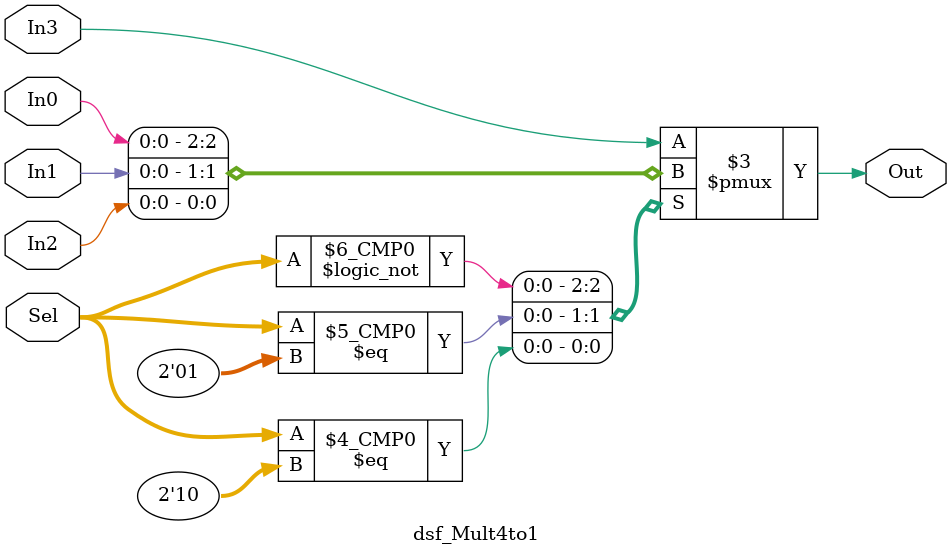
<source format=v>
module dsf_Mult4to1(In0, In1, In2, In3, Sel, Out);
input In0, In1, In2, In3;
input [1:0] Sel;
output reg Out;
always @(In0, In1, In2, In3, Sel)
case (Sel)
	0: Out <= In0;
	1: Out <= In1;
	2: Out <= In2;
	default: Out <= In3;
  endcase
endmodule
</source>
